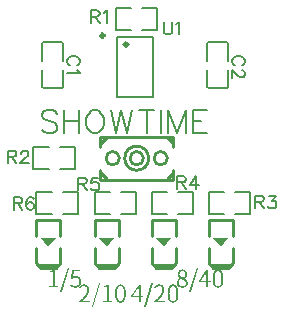
<source format=gto>
G04 Layer: TopSilkscreenLayer*
G04 EasyEDA v6.5.34, 2023-09-03 14:00:07*
G04 0d370e9aff9448ea9080f85309a0253c,ed70181f279245e6aff80281ee7dc86a,10*
G04 Gerber Generator version 0.2*
G04 Scale: 100 percent, Rotated: No, Reflected: No *
G04 Dimensions in millimeters *
G04 leading zeros omitted , absolute positions ,4 integer and 5 decimal *
%FSLAX45Y45*%
%MOMM*%

%ADD10C,0.1524*%
%ADD11C,0.2540*%
%ADD12C,0.3000*%

%LPD*%
G36*
X4431030Y4059936D02*
G01*
X4368292Y3862832D01*
X4380484Y3862832D01*
X4443222Y4059936D01*
G37*
G36*
X4309872Y4047744D02*
G01*
X4303623Y4044391D01*
X4296664Y4041597D01*
X4288739Y4039362D01*
X4279646Y4037584D01*
X4279646Y4026662D01*
X4305808Y4026662D01*
X4305808Y3912615D01*
X4272534Y3912615D01*
X4272534Y3898900D01*
X4352544Y3898900D01*
X4352544Y3912615D01*
X4322318Y3912615D01*
X4322318Y4047744D01*
G37*
G36*
X4468114Y4047744D02*
G01*
X4463288Y3978656D01*
X4472432Y3972814D01*
X4478629Y3976674D01*
X4484573Y3979468D01*
X4490770Y3981145D01*
X4497832Y3981704D01*
X4504740Y3981094D01*
X4510938Y3979316D01*
X4516374Y3976370D01*
X4520946Y3972356D01*
X4524603Y3967327D01*
X4527346Y3961333D01*
X4529023Y3954424D01*
X4529582Y3946651D01*
X4528921Y3938676D01*
X4526991Y3931513D01*
X4523994Y3925265D01*
X4519980Y3919982D01*
X4515104Y3915765D01*
X4509566Y3912666D01*
X4503420Y3910736D01*
X4496816Y3910076D01*
X4490567Y3910431D01*
X4484827Y3911498D01*
X4479645Y3913124D01*
X4474921Y3915206D01*
X4470654Y3917746D01*
X4466691Y3920591D01*
X4463084Y3923639D01*
X4459732Y3926840D01*
X4451350Y3915918D01*
X4455261Y3912209D01*
X4459630Y3908704D01*
X4464456Y3905351D01*
X4469892Y3902405D01*
X4475937Y3899915D01*
X4482642Y3898036D01*
X4490110Y3896817D01*
X4498340Y3896360D01*
X4504436Y3896715D01*
X4510430Y3897884D01*
X4516221Y3899712D01*
X4521758Y3902303D01*
X4526889Y3905605D01*
X4531563Y3909568D01*
X4535779Y3914241D01*
X4539386Y3919524D01*
X4542332Y3925519D01*
X4544517Y3932123D01*
X4545888Y3939336D01*
X4546346Y3947160D01*
X4545939Y3954983D01*
X4544771Y3962044D01*
X4542840Y3968394D01*
X4540250Y3974033D01*
X4537049Y3978960D01*
X4533239Y3983177D01*
X4528972Y3986733D01*
X4524248Y3989628D01*
X4519117Y3991864D01*
X4513630Y3993438D01*
X4507890Y3994353D01*
X4501896Y3994658D01*
X4495292Y3994200D01*
X4489348Y3992930D01*
X4483862Y3990898D01*
X4478528Y3988308D01*
X4482592Y4033520D01*
X4539234Y4033520D01*
X4539234Y4047744D01*
G37*
G36*
X4697577Y3932936D02*
G01*
X4634839Y3735832D01*
X4647031Y3735832D01*
X4709769Y3932936D01*
G37*
G36*
X4572355Y3923284D02*
G01*
X4565751Y3922877D01*
X4559604Y3921709D01*
X4553813Y3919829D01*
X4548428Y3917289D01*
X4543298Y3914140D01*
X4538421Y3910431D01*
X4533747Y3906164D01*
X4529175Y3901440D01*
X4538827Y3892296D01*
X4542180Y3895902D01*
X4545685Y3899204D01*
X4549394Y3902201D01*
X4553305Y3904792D01*
X4557369Y3906875D01*
X4561586Y3908501D01*
X4566005Y3909466D01*
X4570577Y3909822D01*
X4577334Y3909212D01*
X4583125Y3907485D01*
X4588002Y3904742D01*
X4591913Y3901033D01*
X4594961Y3896512D01*
X4597095Y3891279D01*
X4598365Y3885437D01*
X4598771Y3879087D01*
X4598619Y3875227D01*
X4598162Y3871264D01*
X4597349Y3867200D01*
X4596231Y3863086D01*
X4594758Y3858869D01*
X4592980Y3854602D01*
X4588306Y3845661D01*
X4585512Y3841089D01*
X4578756Y3831488D01*
X4570628Y3821429D01*
X4560976Y3810863D01*
X4549800Y3799687D01*
X4537151Y3787952D01*
X4530191Y3781806D01*
X4530191Y3771900D01*
X4622139Y3771900D01*
X4622139Y3786124D01*
X4573727Y3786022D01*
X4555083Y3784854D01*
X4565650Y3795014D01*
X4575403Y3805021D01*
X4584192Y3814775D01*
X4592015Y3824376D01*
X4598771Y3833876D01*
X4601768Y3838549D01*
X4606899Y3847846D01*
X4609033Y3852468D01*
X4612335Y3861663D01*
X4613503Y3866235D01*
X4614367Y3870756D01*
X4614875Y3875328D01*
X4615027Y3879850D01*
X4614722Y3886250D01*
X4613706Y3892245D01*
X4612081Y3897782D01*
X4609846Y3902862D01*
X4607001Y3907434D01*
X4603597Y3911447D01*
X4599686Y3914952D01*
X4595164Y3917899D01*
X4590186Y3920236D01*
X4584700Y3921912D01*
X4578756Y3922928D01*
G37*
G36*
X4879695Y3923284D02*
G01*
X4874615Y3922979D01*
X4869738Y3922115D01*
X4865116Y3920642D01*
X4860798Y3918610D01*
X4856734Y3915918D01*
X4852974Y3912666D01*
X4849520Y3908856D01*
X4846370Y3904386D01*
X4843576Y3899357D01*
X4841087Y3893667D01*
X4838954Y3887419D01*
X4837226Y3880510D01*
X4835804Y3873042D01*
X4834839Y3864914D01*
X4834178Y3856177D01*
X4833975Y3846829D01*
X4849977Y3846829D01*
X4850231Y3857193D01*
X4850942Y3866591D01*
X4852162Y3874973D01*
X4853736Y3882440D01*
X4855768Y3888994D01*
X4858207Y3894632D01*
X4860950Y3899306D01*
X4864100Y3903167D01*
X4867554Y3906062D01*
X4871364Y3908196D01*
X4875377Y3909415D01*
X4879695Y3909822D01*
X4883962Y3909415D01*
X4887976Y3908196D01*
X4891684Y3906062D01*
X4895088Y3903167D01*
X4898136Y3899306D01*
X4900879Y3894632D01*
X4903266Y3888994D01*
X4905248Y3882440D01*
X4906822Y3874973D01*
X4907991Y3866591D01*
X4908702Y3857193D01*
X4908905Y3846829D01*
X4908702Y3836263D01*
X4907991Y3826713D01*
X4906822Y3818128D01*
X4905248Y3810508D01*
X4903266Y3803853D01*
X4900879Y3798112D01*
X4898136Y3793337D01*
X4895088Y3789426D01*
X4891684Y3786378D01*
X4887976Y3784244D01*
X4883962Y3782974D01*
X4879695Y3782568D01*
X4875377Y3782974D01*
X4871364Y3784244D01*
X4867554Y3786378D01*
X4864100Y3789426D01*
X4860950Y3793337D01*
X4858207Y3798112D01*
X4855768Y3803853D01*
X4853736Y3810508D01*
X4852162Y3818128D01*
X4850942Y3826713D01*
X4850231Y3836263D01*
X4849977Y3846829D01*
X4833975Y3846829D01*
X4834178Y3837381D01*
X4834839Y3828542D01*
X4835804Y3820363D01*
X4837226Y3812743D01*
X4838954Y3805783D01*
X4841087Y3799433D01*
X4843576Y3793693D01*
X4846370Y3788562D01*
X4849520Y3784041D01*
X4852974Y3780129D01*
X4856734Y3776827D01*
X4860798Y3774135D01*
X4865116Y3772052D01*
X4869738Y3770528D01*
X4874615Y3769664D01*
X4879695Y3769360D01*
X4884826Y3769664D01*
X4889703Y3770528D01*
X4894275Y3772052D01*
X4898542Y3774135D01*
X4902606Y3776827D01*
X4906314Y3780129D01*
X4909718Y3784041D01*
X4912817Y3788562D01*
X4915560Y3793693D01*
X4917998Y3799433D01*
X4920081Y3805783D01*
X4921808Y3812743D01*
X4923129Y3820363D01*
X4924145Y3828542D01*
X4924704Y3837381D01*
X4924907Y3846829D01*
X4924704Y3856177D01*
X4924145Y3864914D01*
X4923129Y3873042D01*
X4921808Y3880510D01*
X4920081Y3887419D01*
X4917998Y3893667D01*
X4915560Y3899357D01*
X4912817Y3904386D01*
X4909718Y3908856D01*
X4906314Y3912666D01*
X4902606Y3915918D01*
X4898542Y3918610D01*
X4894275Y3920642D01*
X4889703Y3922115D01*
X4884826Y3922979D01*
G37*
G36*
X4767427Y3920744D02*
G01*
X4761331Y3917391D01*
X4754372Y3914597D01*
X4746447Y3912362D01*
X4737455Y3910584D01*
X4737455Y3899662D01*
X4763617Y3899662D01*
X4763617Y3785615D01*
X4730343Y3785615D01*
X4730343Y3771900D01*
X4810353Y3771900D01*
X4810353Y3785615D01*
X4780127Y3785615D01*
X4780127Y3920744D01*
G37*
G36*
X5141976Y3932936D02*
G01*
X5079238Y3735832D01*
X5091430Y3735832D01*
X5154168Y3932936D01*
G37*
G36*
X5208016Y3923284D02*
G01*
X5201310Y3922877D01*
X5195112Y3921709D01*
X5189321Y3919829D01*
X5183936Y3917289D01*
X5178856Y3914140D01*
X5173980Y3910431D01*
X5169357Y3906164D01*
X5164836Y3901440D01*
X5174488Y3892296D01*
X5177790Y3895902D01*
X5181346Y3899204D01*
X5185054Y3902201D01*
X5188915Y3904792D01*
X5192979Y3906875D01*
X5197246Y3908501D01*
X5201666Y3909466D01*
X5206238Y3909822D01*
X5212994Y3909212D01*
X5218785Y3907485D01*
X5223611Y3904742D01*
X5227574Y3901033D01*
X5230571Y3896512D01*
X5232755Y3891279D01*
X5234025Y3885437D01*
X5234432Y3879087D01*
X5234279Y3875227D01*
X5233771Y3871264D01*
X5232958Y3867200D01*
X5231841Y3863086D01*
X5230368Y3858869D01*
X5228590Y3854602D01*
X5226456Y3850182D01*
X5223967Y3845661D01*
X5217922Y3836365D01*
X5214416Y3831488D01*
X5206238Y3821429D01*
X5196586Y3810863D01*
X5185460Y3799687D01*
X5165852Y3781806D01*
X5165852Y3771900D01*
X5257800Y3771900D01*
X5257800Y3786124D01*
X5209286Y3786022D01*
X5190744Y3784854D01*
X5201259Y3795014D01*
X5210911Y3805021D01*
X5219700Y3814775D01*
X5227523Y3824376D01*
X5234330Y3833876D01*
X5237327Y3838549D01*
X5242458Y3847846D01*
X5244592Y3852468D01*
X5246420Y3857091D01*
X5247944Y3861663D01*
X5249113Y3866235D01*
X5249976Y3870756D01*
X5250484Y3875328D01*
X5250688Y3879850D01*
X5250332Y3886250D01*
X5249367Y3892245D01*
X5247741Y3897782D01*
X5245506Y3902862D01*
X5242661Y3907434D01*
X5239258Y3911447D01*
X5235295Y3914952D01*
X5230825Y3917899D01*
X5225796Y3920236D01*
X5220360Y3921912D01*
X5214416Y3922928D01*
G37*
G36*
X5324094Y3923284D02*
G01*
X5318963Y3922979D01*
X5314086Y3922115D01*
X5309514Y3920642D01*
X5305145Y3918610D01*
X5301081Y3915918D01*
X5297322Y3912666D01*
X5293868Y3908856D01*
X5290769Y3904386D01*
X5287924Y3899357D01*
X5285486Y3893667D01*
X5283352Y3887419D01*
X5281574Y3880510D01*
X5280202Y3873042D01*
X5279186Y3864914D01*
X5278577Y3856177D01*
X5278374Y3846829D01*
X5294376Y3846829D01*
X5294630Y3857193D01*
X5295341Y3866591D01*
X5296509Y3874973D01*
X5298135Y3882440D01*
X5300167Y3888994D01*
X5302554Y3894632D01*
X5305348Y3899306D01*
X5308498Y3903167D01*
X5311952Y3906062D01*
X5315712Y3908196D01*
X5319776Y3909415D01*
X5324094Y3909822D01*
X5328361Y3909415D01*
X5332323Y3908196D01*
X5336032Y3906062D01*
X5339435Y3903167D01*
X5342534Y3899306D01*
X5345277Y3894632D01*
X5347614Y3888994D01*
X5349595Y3882440D01*
X5351170Y3874973D01*
X5352338Y3866591D01*
X5353050Y3857193D01*
X5353304Y3846829D01*
X5353050Y3836263D01*
X5352338Y3826713D01*
X5351170Y3818128D01*
X5349595Y3810508D01*
X5347614Y3803853D01*
X5345277Y3798112D01*
X5342534Y3793337D01*
X5339435Y3789426D01*
X5336032Y3786378D01*
X5332323Y3784244D01*
X5328361Y3782974D01*
X5324094Y3782568D01*
X5319776Y3782974D01*
X5315712Y3784244D01*
X5311952Y3786378D01*
X5308498Y3789426D01*
X5305348Y3793337D01*
X5302554Y3798112D01*
X5300167Y3803853D01*
X5298135Y3810508D01*
X5296509Y3818128D01*
X5295341Y3826713D01*
X5294630Y3836263D01*
X5294376Y3846829D01*
X5278374Y3846829D01*
X5278577Y3837381D01*
X5279186Y3828542D01*
X5280202Y3820363D01*
X5281574Y3812743D01*
X5283352Y3805783D01*
X5285486Y3799433D01*
X5287924Y3793693D01*
X5290769Y3788562D01*
X5293868Y3784041D01*
X5297322Y3780129D01*
X5301081Y3776827D01*
X5305145Y3774135D01*
X5309514Y3772052D01*
X5314086Y3770528D01*
X5318963Y3769664D01*
X5324094Y3769360D01*
X5329174Y3769664D01*
X5334050Y3770528D01*
X5338622Y3772052D01*
X5342940Y3774135D01*
X5346954Y3776827D01*
X5350662Y3780129D01*
X5354066Y3784041D01*
X5357164Y3788562D01*
X5359908Y3793693D01*
X5362346Y3799433D01*
X5364429Y3805783D01*
X5366156Y3812743D01*
X5367528Y3820363D01*
X5368493Y3828542D01*
X5369102Y3837381D01*
X5369306Y3846829D01*
X5369102Y3856177D01*
X5368493Y3864914D01*
X5367528Y3873042D01*
X5366156Y3880510D01*
X5364429Y3887419D01*
X5362346Y3893667D01*
X5359908Y3899357D01*
X5357164Y3904386D01*
X5354066Y3908856D01*
X5350662Y3912666D01*
X5346954Y3915918D01*
X5342940Y3918610D01*
X5338622Y3920642D01*
X5334050Y3922115D01*
X5329174Y3922979D01*
G37*
G36*
X5032502Y3920744D02*
G01*
X4970753Y3826510D01*
X4987036Y3826510D01*
X5022850Y3879850D01*
X5034788Y3901440D01*
X5035804Y3901440D01*
X5034889Y3888130D01*
X5034534Y3875024D01*
X5034534Y3826510D01*
X4970753Y3826510D01*
X4969256Y3824224D01*
X4969256Y3813301D01*
X5034534Y3813301D01*
X5034534Y3771900D01*
X5050282Y3771900D01*
X5050282Y3813301D01*
X5070602Y3813301D01*
X5070602Y3826510D01*
X5050282Y3826510D01*
X5050282Y3920744D01*
G37*
G36*
X5523230Y4059936D02*
G01*
X5460492Y3862832D01*
X5472684Y3862832D01*
X5535422Y4059936D01*
G37*
G36*
X5705348Y4050284D02*
G01*
X5700217Y4049979D01*
X5695340Y4049115D01*
X5690768Y4047642D01*
X5686399Y4045610D01*
X5682386Y4042918D01*
X5678627Y4039666D01*
X5675172Y4035856D01*
X5672023Y4031386D01*
X5669178Y4026357D01*
X5666740Y4020667D01*
X5664606Y4014419D01*
X5662828Y4007510D01*
X5661456Y4000042D01*
X5660440Y3991914D01*
X5659831Y3983177D01*
X5659628Y3973829D01*
X5675630Y3973829D01*
X5675884Y3984193D01*
X5676595Y3993591D01*
X5677763Y4001973D01*
X5679389Y4009440D01*
X5681421Y4015994D01*
X5683808Y4021632D01*
X5686602Y4026306D01*
X5689752Y4030167D01*
X5693206Y4033062D01*
X5696966Y4035196D01*
X5701030Y4036415D01*
X5705348Y4036822D01*
X5709615Y4036415D01*
X5713577Y4035196D01*
X5717286Y4033062D01*
X5720689Y4030167D01*
X5723788Y4026306D01*
X5726531Y4021632D01*
X5728919Y4015994D01*
X5730900Y4009440D01*
X5732475Y4001973D01*
X5733592Y3993591D01*
X5734304Y3984193D01*
X5734558Y3973829D01*
X5734304Y3963263D01*
X5733592Y3953713D01*
X5732475Y3945128D01*
X5730900Y3937508D01*
X5728919Y3930853D01*
X5726531Y3925112D01*
X5723788Y3920337D01*
X5720689Y3916426D01*
X5717286Y3913378D01*
X5713577Y3911244D01*
X5709615Y3909974D01*
X5705348Y3909568D01*
X5701030Y3909974D01*
X5696966Y3911244D01*
X5693206Y3913378D01*
X5689752Y3916426D01*
X5686602Y3920337D01*
X5683808Y3925112D01*
X5681421Y3930853D01*
X5679389Y3937508D01*
X5677763Y3945128D01*
X5676595Y3953713D01*
X5675884Y3963263D01*
X5675630Y3973829D01*
X5659628Y3973829D01*
X5659831Y3964381D01*
X5660440Y3955542D01*
X5661456Y3947363D01*
X5662828Y3939743D01*
X5664606Y3932783D01*
X5666740Y3926433D01*
X5669178Y3920693D01*
X5672023Y3915562D01*
X5675172Y3911041D01*
X5678627Y3907129D01*
X5682386Y3903827D01*
X5686399Y3901135D01*
X5690768Y3899052D01*
X5695340Y3897528D01*
X5700217Y3896664D01*
X5705348Y3896360D01*
X5710478Y3896664D01*
X5715304Y3897528D01*
X5719876Y3899052D01*
X5724194Y3901135D01*
X5728208Y3903827D01*
X5731916Y3907129D01*
X5735320Y3911041D01*
X5738418Y3915562D01*
X5741212Y3920693D01*
X5743600Y3926433D01*
X5745683Y3932783D01*
X5747410Y3939743D01*
X5748782Y3947363D01*
X5749747Y3955542D01*
X5750356Y3964381D01*
X5750560Y3973829D01*
X5750356Y3983177D01*
X5749747Y3991914D01*
X5748782Y4000042D01*
X5747410Y4007510D01*
X5745683Y4014419D01*
X5743600Y4020667D01*
X5741212Y4026357D01*
X5738418Y4031386D01*
X5735320Y4035856D01*
X5731916Y4039666D01*
X5728208Y4042918D01*
X5724194Y4045610D01*
X5719876Y4047642D01*
X5715304Y4049115D01*
X5710478Y4049979D01*
G37*
G36*
X5403342Y4049776D02*
G01*
X5397804Y4049471D01*
X5392521Y4048556D01*
X5387594Y4047032D01*
X5382971Y4045000D01*
X5378704Y4042410D01*
X5374944Y4039362D01*
X5371592Y4035856D01*
X5368798Y4031843D01*
X5366512Y4027474D01*
X5364835Y4022750D01*
X5363819Y4017619D01*
X5363464Y4012184D01*
X5378704Y4012184D01*
X5379161Y4017568D01*
X5380532Y4022445D01*
X5382666Y4026712D01*
X5385562Y4030370D01*
X5389118Y4033316D01*
X5393283Y4035501D01*
X5397957Y4036872D01*
X5403088Y4037329D01*
X5409031Y4036771D01*
X5414264Y4035145D01*
X5418836Y4032605D01*
X5422595Y4029252D01*
X5425541Y4025137D01*
X5427726Y4020515D01*
X5429046Y4015384D01*
X5429504Y4009898D01*
X5428437Y4001465D01*
X5425287Y3993438D01*
X5420156Y3985920D01*
X5413248Y3978910D01*
X5406644Y3981551D01*
X5400344Y3984447D01*
X5394502Y3987647D01*
X5389321Y3991254D01*
X5384952Y3995420D01*
X5381599Y4000246D01*
X5379466Y4005783D01*
X5378704Y4012184D01*
X5363464Y4012184D01*
X5363870Y4006596D01*
X5365038Y4001363D01*
X5366918Y3996537D01*
X5369407Y3992118D01*
X5372404Y3988054D01*
X5375808Y3984396D01*
X5379516Y3981094D01*
X5383530Y3978148D01*
X5383530Y3977386D01*
X5378399Y3974337D01*
X5373420Y3970629D01*
X5368747Y3966362D01*
X5364530Y3961434D01*
X5360974Y3955948D01*
X5358231Y3949903D01*
X5356453Y3943197D01*
X5355929Y3937000D01*
X5370830Y3937000D01*
X5371236Y3942486D01*
X5372404Y3947668D01*
X5374335Y3952595D01*
X5376875Y3957218D01*
X5380024Y3961434D01*
X5383682Y3965346D01*
X5387848Y3968902D01*
X5392420Y3972051D01*
X5402935Y3967734D01*
X5412536Y3963162D01*
X5416905Y3960672D01*
X5420817Y3957980D01*
X5424322Y3955034D01*
X5427319Y3951782D01*
X5429758Y3948226D01*
X5431536Y3944264D01*
X5432653Y3939844D01*
X5433060Y3934968D01*
X5432501Y3929481D01*
X5430926Y3924401D01*
X5428335Y3919931D01*
X5424830Y3916070D01*
X5420512Y3912870D01*
X5415381Y3910533D01*
X5409539Y3909060D01*
X5403088Y3908551D01*
X5396433Y3909110D01*
X5390337Y3910736D01*
X5384850Y3913276D01*
X5380075Y3916679D01*
X5376214Y3920845D01*
X5373319Y3925722D01*
X5371490Y3931107D01*
X5370830Y3937000D01*
X5355929Y3937000D01*
X5355844Y3935984D01*
X5356250Y3930345D01*
X5357418Y3925011D01*
X5359349Y3920032D01*
X5361990Y3915460D01*
X5365292Y3911244D01*
X5369204Y3907485D01*
X5373624Y3904234D01*
X5378653Y3901490D01*
X5384139Y3899306D01*
X5390083Y3897680D01*
X5396382Y3896715D01*
X5403088Y3896360D01*
X5409742Y3896715D01*
X5415991Y3897680D01*
X5421782Y3899306D01*
X5427116Y3901490D01*
X5431942Y3904234D01*
X5436260Y3907434D01*
X5439968Y3911041D01*
X5443067Y3915105D01*
X5445506Y3919524D01*
X5447334Y3924249D01*
X5448452Y3929227D01*
X5448808Y3934460D01*
X5448249Y3941673D01*
X5446725Y3948074D01*
X5444286Y3953764D01*
X5441086Y3958793D01*
X5437327Y3963212D01*
X5433060Y3967124D01*
X5428437Y3970528D01*
X5423662Y3973576D01*
X5423662Y3974592D01*
X5427065Y3977487D01*
X5430570Y3980891D01*
X5433923Y3984853D01*
X5437022Y3989273D01*
X5439714Y3994150D01*
X5441848Y3999331D01*
X5443220Y4004868D01*
X5443728Y4010660D01*
X5443423Y4016248D01*
X5442458Y4021480D01*
X5440934Y4026408D01*
X5438851Y4030979D01*
X5436158Y4035094D01*
X5432958Y4038803D01*
X5429250Y4042003D01*
X5424982Y4044696D01*
X5420258Y4046880D01*
X5415076Y4048455D01*
X5409438Y4049420D01*
G37*
G36*
X5605018Y4047744D02*
G01*
X5543269Y3953510D01*
X5559552Y3953510D01*
X5595366Y4006850D01*
X5607304Y4028440D01*
X5608320Y4028440D01*
X5607405Y4015130D01*
X5607050Y4002024D01*
X5607050Y3953510D01*
X5543269Y3953510D01*
X5541772Y3951224D01*
X5541772Y3940301D01*
X5607050Y3940301D01*
X5607050Y3898900D01*
X5622544Y3898900D01*
X5622544Y3940301D01*
X5642864Y3940301D01*
X5642864Y3953510D01*
X5622544Y3953510D01*
X5622544Y4047744D01*
G37*
D10*
X5245100Y6147815D02*
G01*
X5245100Y6069837D01*
X5250179Y6054344D01*
X5260593Y6043929D01*
X5276341Y6038850D01*
X5286756Y6038850D01*
X5302250Y6043929D01*
X5312663Y6054344D01*
X5317743Y6069837D01*
X5317743Y6147815D01*
X5352034Y6126987D02*
G01*
X5362447Y6132321D01*
X5378195Y6147815D01*
X5378195Y6038850D01*
X3924300Y5055615D02*
G01*
X3924300Y4946650D01*
X3924300Y5055615D02*
G01*
X3971036Y5055615D01*
X3986529Y5050536D01*
X3991863Y5045202D01*
X3996943Y5034787D01*
X3996943Y5024373D01*
X3991863Y5013960D01*
X3986529Y5008879D01*
X3971036Y5003800D01*
X3924300Y5003800D01*
X3960622Y5003800D02*
G01*
X3996943Y4946650D01*
X4036568Y5029707D02*
G01*
X4036568Y5034787D01*
X4041647Y5045202D01*
X4046981Y5050536D01*
X4057395Y5055615D01*
X4077970Y5055615D01*
X4088384Y5050536D01*
X4093718Y5045202D01*
X4098797Y5034787D01*
X4098797Y5024373D01*
X4093718Y5013960D01*
X4083304Y4998465D01*
X4031234Y4946650D01*
X4104131Y4946650D01*
X4629404Y6242050D02*
G01*
X4629404Y6133084D01*
X4629404Y6242050D02*
G01*
X4676140Y6242050D01*
X4691634Y6236970D01*
X4696968Y6231636D01*
X4702047Y6221221D01*
X4702047Y6210807D01*
X4696968Y6200394D01*
X4691634Y6195313D01*
X4676140Y6190234D01*
X4629404Y6190234D01*
X4665725Y6190234D02*
G01*
X4702047Y6133084D01*
X4736338Y6221221D02*
G01*
X4746752Y6226555D01*
X4762500Y6242050D01*
X4762500Y6133084D01*
X5906008Y5776721D02*
G01*
X5916422Y5782055D01*
X5926836Y5792470D01*
X5931915Y5802629D01*
X5931915Y5823457D01*
X5926836Y5833871D01*
X5916422Y5844286D01*
X5906008Y5849620D01*
X5890259Y5854700D01*
X5864352Y5854700D01*
X5848858Y5849620D01*
X5838443Y5844286D01*
X5828029Y5833871D01*
X5822950Y5823457D01*
X5822950Y5802629D01*
X5828029Y5792470D01*
X5838443Y5782055D01*
X5848858Y5776721D01*
X5906008Y5737352D02*
G01*
X5911088Y5737352D01*
X5921502Y5732018D01*
X5926836Y5726937D01*
X5931915Y5716523D01*
X5931915Y5695695D01*
X5926836Y5685281D01*
X5921502Y5680202D01*
X5911088Y5674868D01*
X5900674Y5674868D01*
X5890259Y5680202D01*
X5874765Y5690615D01*
X5822950Y5742431D01*
X5822950Y5669787D01*
X4509008Y5776721D02*
G01*
X4519422Y5782055D01*
X4529836Y5792470D01*
X4534915Y5802629D01*
X4534915Y5823457D01*
X4529836Y5833871D01*
X4519422Y5844286D01*
X4509008Y5849620D01*
X4493259Y5854700D01*
X4467352Y5854700D01*
X4451858Y5849620D01*
X4441443Y5844286D01*
X4431029Y5833871D01*
X4425950Y5823457D01*
X4425950Y5802629D01*
X4431029Y5792470D01*
X4441443Y5782055D01*
X4451858Y5776721D01*
X4514088Y5742431D02*
G01*
X4519422Y5732018D01*
X4534915Y5716523D01*
X4425950Y5716523D01*
X6019800Y4674615D02*
G01*
X6019800Y4565650D01*
X6019800Y4674615D02*
G01*
X6066536Y4674615D01*
X6082029Y4669536D01*
X6087363Y4664202D01*
X6092443Y4653787D01*
X6092443Y4643373D01*
X6087363Y4632960D01*
X6082029Y4627879D01*
X6066536Y4622800D01*
X6019800Y4622800D01*
X6056122Y4622800D02*
G01*
X6092443Y4565650D01*
X6137147Y4674615D02*
G01*
X6194297Y4674615D01*
X6163309Y4632960D01*
X6178804Y4632960D01*
X6189218Y4627879D01*
X6194297Y4622800D01*
X6199631Y4607052D01*
X6199631Y4596637D01*
X6194297Y4581144D01*
X6183884Y4570729D01*
X6168390Y4565650D01*
X6152895Y4565650D01*
X6137147Y4570729D01*
X6132068Y4575810D01*
X6126734Y4586223D01*
X5359400Y4839715D02*
G01*
X5359400Y4730750D01*
X5359400Y4839715D02*
G01*
X5406136Y4839715D01*
X5421629Y4834636D01*
X5426963Y4829302D01*
X5432043Y4818887D01*
X5432043Y4808473D01*
X5426963Y4798060D01*
X5421629Y4792979D01*
X5406136Y4787900D01*
X5359400Y4787900D01*
X5395722Y4787900D02*
G01*
X5432043Y4730750D01*
X5518404Y4839715D02*
G01*
X5466334Y4767071D01*
X5544311Y4767071D01*
X5518404Y4839715D02*
G01*
X5518404Y4730750D01*
X4521200Y4827015D02*
G01*
X4521200Y4718050D01*
X4521200Y4827015D02*
G01*
X4567936Y4827015D01*
X4583429Y4821936D01*
X4588763Y4816602D01*
X4593843Y4806187D01*
X4593843Y4795773D01*
X4588763Y4785360D01*
X4583429Y4780279D01*
X4567936Y4775200D01*
X4521200Y4775200D01*
X4557522Y4775200D02*
G01*
X4593843Y4718050D01*
X4690618Y4827015D02*
G01*
X4638547Y4827015D01*
X4633468Y4780279D01*
X4638547Y4785360D01*
X4654295Y4790694D01*
X4669790Y4790694D01*
X4685284Y4785360D01*
X4695697Y4775200D01*
X4701031Y4759452D01*
X4701031Y4749037D01*
X4695697Y4733544D01*
X4685284Y4723129D01*
X4669790Y4718050D01*
X4654295Y4718050D01*
X4638547Y4723129D01*
X4633468Y4728210D01*
X4628134Y4738623D01*
X3975100Y4661915D02*
G01*
X3975100Y4552950D01*
X3975100Y4661915D02*
G01*
X4021836Y4661915D01*
X4037329Y4656836D01*
X4042663Y4651502D01*
X4047743Y4641087D01*
X4047743Y4630673D01*
X4042663Y4620260D01*
X4037329Y4615179D01*
X4021836Y4610100D01*
X3975100Y4610100D01*
X4011422Y4610100D02*
G01*
X4047743Y4552950D01*
X4144518Y4646421D02*
G01*
X4139184Y4656836D01*
X4123690Y4661915D01*
X4113275Y4661915D01*
X4097781Y4656836D01*
X4087368Y4641087D01*
X4082034Y4615179D01*
X4082034Y4589271D01*
X4087368Y4568444D01*
X4097781Y4558029D01*
X4113275Y4552950D01*
X4118609Y4552950D01*
X4134104Y4558029D01*
X4144518Y4568444D01*
X4149597Y4583937D01*
X4149597Y4589271D01*
X4144518Y4604765D01*
X4134104Y4615179D01*
X4118609Y4620260D01*
X4113275Y4620260D01*
X4097781Y4615179D01*
X4087368Y4604765D01*
X4082034Y4589271D01*
X4343654Y5368797D02*
G01*
X4325365Y5387086D01*
X4298188Y5396229D01*
X4261865Y5396229D01*
X4234688Y5387086D01*
X4216400Y5368797D01*
X4216400Y5350763D01*
X4225543Y5332476D01*
X4234688Y5323331D01*
X4252722Y5314187D01*
X4307331Y5296154D01*
X4325365Y5287010D01*
X4334509Y5277865D01*
X4343654Y5259831D01*
X4343654Y5232400D01*
X4325365Y5214365D01*
X4298188Y5205221D01*
X4261865Y5205221D01*
X4234688Y5214365D01*
X4216400Y5232400D01*
X4403597Y5396229D02*
G01*
X4403597Y5205221D01*
X4530852Y5396229D02*
G01*
X4530852Y5205221D01*
X4403597Y5305297D02*
G01*
X4530852Y5305297D01*
X4645406Y5396229D02*
G01*
X4627372Y5387086D01*
X4609084Y5368797D01*
X4599940Y5350763D01*
X4591050Y5323331D01*
X4591050Y5277865D01*
X4599940Y5250687D01*
X4609084Y5232400D01*
X4627372Y5214365D01*
X4645406Y5205221D01*
X4681727Y5205221D01*
X4700015Y5214365D01*
X4718304Y5232400D01*
X4727193Y5250687D01*
X4736338Y5277865D01*
X4736338Y5323331D01*
X4727193Y5350763D01*
X4718304Y5368797D01*
X4700015Y5387086D01*
X4681727Y5396229D01*
X4645406Y5396229D01*
X4796281Y5396229D02*
G01*
X4841747Y5205221D01*
X4887213Y5396229D02*
G01*
X4841747Y5205221D01*
X4887213Y5396229D02*
G01*
X4932679Y5205221D01*
X4978145Y5396229D02*
G01*
X4932679Y5205221D01*
X5101843Y5396229D02*
G01*
X5101843Y5205221D01*
X5038090Y5396229D02*
G01*
X5165597Y5396229D01*
X5225541Y5396229D02*
G01*
X5225541Y5205221D01*
X5285486Y5396229D02*
G01*
X5285486Y5205221D01*
X5285486Y5396229D02*
G01*
X5358129Y5205221D01*
X5431027Y5396229D02*
G01*
X5358129Y5205221D01*
X5431027Y5396229D02*
G01*
X5431027Y5205221D01*
X5490972Y5396229D02*
G01*
X5490972Y5205221D01*
X5490972Y5396229D02*
G01*
X5609081Y5396229D01*
X5490972Y5305297D02*
G01*
X5563615Y5305297D01*
X5490972Y5205221D02*
G01*
X5609081Y5205221D01*
G36*
X4203750Y4317949D02*
G01*
X4267250Y4241749D01*
X4330750Y4317949D01*
G37*
G36*
X4699050Y4317949D02*
G01*
X4762550Y4241749D01*
X4826050Y4317949D01*
G37*
G36*
X5181650Y4317949D02*
G01*
X5245150Y4241749D01*
X5308650Y4317949D01*
G37*
G36*
X5664250Y4317949D02*
G01*
X5727750Y4241749D01*
X5791250Y4317949D01*
G37*
X4851659Y6018420D02*
G01*
X5155940Y6018420D01*
X5155940Y5513179D01*
X4851659Y5513179D01*
X4851659Y6018420D01*
X4365619Y4899390D02*
G01*
X4494113Y4899390D01*
X4494113Y5082809D01*
X4365619Y5082809D01*
X4270380Y4899390D02*
G01*
X4141886Y4899390D01*
X4141886Y5082809D01*
X4270380Y5082809D01*
X5064119Y6080490D02*
G01*
X5192613Y6080490D01*
X5192613Y6263909D01*
X5064119Y6263909D01*
X4968880Y6080490D02*
G01*
X4840386Y6080490D01*
X4840386Y6263909D01*
X4968880Y6263909D01*
X5792660Y5597380D02*
G01*
X5792660Y5738380D01*
X5611939Y5738380D02*
G01*
X5611939Y5597380D01*
X5627179Y5582140D02*
G01*
X5777420Y5582140D01*
X5792660Y5959619D02*
G01*
X5792660Y5818619D01*
X5611939Y5818619D02*
G01*
X5611939Y5959619D01*
X5627179Y5974859D02*
G01*
X5777420Y5974859D01*
X4214939Y5959619D02*
G01*
X4214939Y5818619D01*
X4395660Y5818619D02*
G01*
X4395660Y5959619D01*
X4380420Y5974859D02*
G01*
X4230179Y5974859D01*
X4214939Y5597380D02*
G01*
X4214939Y5738380D01*
X4395660Y5738380D02*
G01*
X4395660Y5597380D01*
X4380420Y5582140D02*
G01*
X4230179Y5582140D01*
X5851519Y4518390D02*
G01*
X5980013Y4518390D01*
X5980013Y4701809D01*
X5851519Y4701809D01*
X5756280Y4518390D02*
G01*
X5627786Y4518390D01*
X5627786Y4701809D01*
X5756280Y4701809D01*
X5368919Y4518390D02*
G01*
X5497413Y4518390D01*
X5497413Y4701809D01*
X5368919Y4701809D01*
X5273680Y4518390D02*
G01*
X5145186Y4518390D01*
X5145186Y4701809D01*
X5273680Y4701809D01*
X4886319Y4518390D02*
G01*
X5014813Y4518390D01*
X5014813Y4701809D01*
X4886319Y4701809D01*
X4791080Y4518390D02*
G01*
X4662586Y4518390D01*
X4662586Y4701809D01*
X4791080Y4701809D01*
X4391019Y4518390D02*
G01*
X4519513Y4518390D01*
X4519513Y4701809D01*
X4391019Y4701809D01*
X4295780Y4518390D02*
G01*
X4167286Y4518390D01*
X4167286Y4701809D01*
X4295780Y4701809D01*
D11*
X4343425Y4076674D02*
G01*
X4191025Y4076674D01*
X4356831Y4090080D02*
G01*
X4178325Y4089374D01*
X4368825Y4229074D02*
G01*
X4368825Y4102074D01*
X4330725Y4063974D01*
X4203725Y4063974D01*
X4165625Y4102074D01*
X4165625Y4229074D01*
X4368825Y4330674D02*
G01*
X4368825Y4470374D01*
X4165625Y4470374D01*
X4165625Y4330674D01*
X4838725Y4076674D02*
G01*
X4686325Y4076674D01*
X4852131Y4090080D02*
G01*
X4673625Y4089374D01*
X4864125Y4229074D02*
G01*
X4864125Y4102074D01*
X4826025Y4063974D01*
X4699025Y4063974D01*
X4660925Y4102074D01*
X4660925Y4229074D01*
X4864125Y4330674D02*
G01*
X4864125Y4470374D01*
X4660925Y4470374D01*
X4660925Y4330674D01*
X5321325Y4076674D02*
G01*
X5168925Y4076674D01*
X5334731Y4090080D02*
G01*
X5156225Y4089374D01*
X5346725Y4229074D02*
G01*
X5346725Y4102074D01*
X5308625Y4063974D01*
X5181625Y4063974D01*
X5143525Y4102074D01*
X5143525Y4229074D01*
X5346725Y4330674D02*
G01*
X5346725Y4470374D01*
X5143525Y4470374D01*
X5143525Y4330674D01*
X5803925Y4076674D02*
G01*
X5651525Y4076674D01*
X5817331Y4090080D02*
G01*
X5638825Y4089374D01*
X5829325Y4229074D02*
G01*
X5829325Y4102074D01*
X5791225Y4063974D01*
X5664225Y4063974D01*
X5626125Y4102074D01*
X5626125Y4229074D01*
X5829325Y4330674D02*
G01*
X5829325Y4470374D01*
X5626125Y4470374D01*
X5626125Y4330674D01*
X4706498Y5171097D02*
G01*
X5326491Y5171097D01*
X5326491Y4811092D02*
G01*
X4706498Y4811092D01*
X4711694Y4864094D02*
G01*
X4762494Y4813294D01*
X4711694Y5118094D02*
G01*
X4762494Y5168894D01*
X5270494Y5168894D02*
G01*
X5321294Y5118094D01*
X5270494Y4813294D02*
G01*
X5321294Y4864094D01*
X5326491Y5171097D02*
G01*
X5326491Y5089210D01*
X5326491Y4892982D02*
G01*
X5326491Y4811092D01*
X4706498Y5171097D02*
G01*
X4706498Y5089210D01*
X4706498Y4892982D02*
G01*
X4706498Y4811092D01*
D10*
G75*
G01*
X5611940Y5597380D02*
G03*
X5627179Y5582140I15240J0D01*
G75*
G01*
X5777421Y5582140D02*
G03*
X5792660Y5597380I-1J15240D01*
G75*
G01*
X5611940Y5959620D02*
G02*
X5627179Y5974860I15240J0D01*
G75*
G01*
X5777421Y5974860D02*
G02*
X5792660Y5959620I-1J-15240D01*
G75*
G01*
X4395660Y5959620D02*
G03*
X4380421Y5974860I-15240J0D01*
G75*
G01*
X4230179Y5974860D02*
G03*
X4214940Y5959620I1J-15240D01*
G75*
G01*
X4395660Y5597380D02*
G02*
X4380421Y5582140I-15240J0D01*
G75*
G01*
X4230179Y5582140D02*
G02*
X4214940Y5597380I1J15240D01*
D12*
G75*
G01
X4941900Y5956300D02*
G03X4941900Y5956300I-15011J0D01*
G75*
G01
X4741570Y6030951D02*
G03X4741570Y6030951I-15011J0D01*
D11*
G75*
G01
X5073294Y4991100D02*
G03X5073294Y4991100I-56794J0D01*
G75*
G01
X5118100Y4991100D02*
G03X5118100Y4991100I-101600J0D01*
G75*
G01
X5276494Y4991100D02*
G03X5276494Y4991100I-56794J0D01*
G75*
G01
X4870094Y4991100D02*
G03X4870094Y4991100I-56794J0D01*
M02*

</source>
